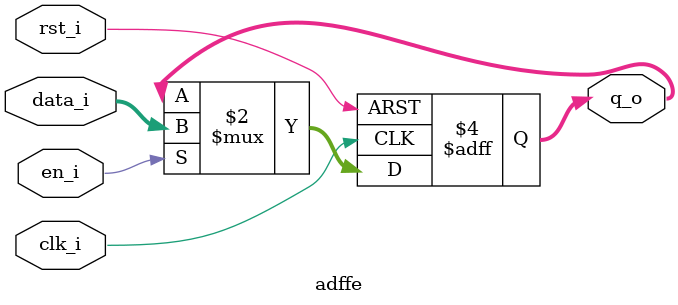
<source format=v>


module adffe(
	input clk_i,
	input rst_i,
	input en_i,
	input [31:0] data_i,
	output reg [31:0] q_o
);
	always @(posedge clk_i or posedge rst_i) begin
		if (rst_i) begin
			q_o <= 0;
		end else if (en_i) begin
			q_o <= data_i;
		end
	end
endmodule
</source>
